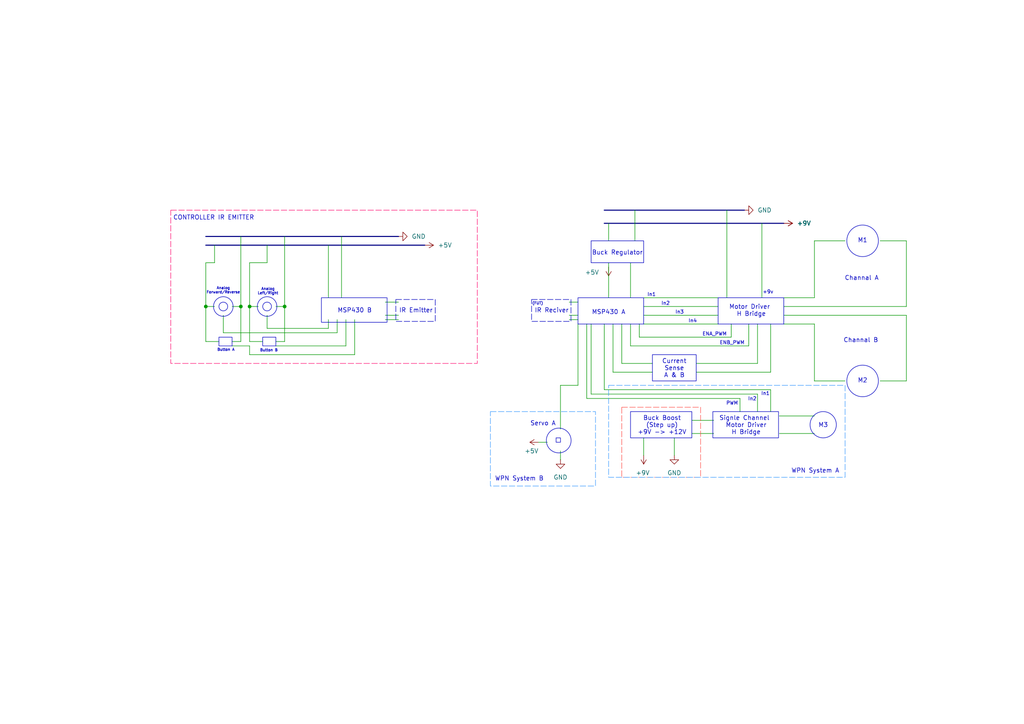
<source format=kicad_sch>
(kicad_sch
	(version 20250114)
	(generator "eeschema")
	(generator_version "9.0")
	(uuid "6b5ac80d-87ce-45f1-bde5-b67c89df0de5")
	(paper "A4")
	(lib_symbols
		(symbol "power:+3.3V"
			(power)
			(pin_numbers
				(hide yes)
			)
			(pin_names
				(offset 0)
				(hide yes)
			)
			(exclude_from_sim no)
			(in_bom yes)
			(on_board yes)
			(property "Reference" "#PWR"
				(at 0 -3.81 0)
				(effects
					(font
						(size 1.27 1.27)
					)
					(hide yes)
				)
			)
			(property "Value" "+3.3V"
				(at 0 3.556 0)
				(effects
					(font
						(size 1.27 1.27)
					)
				)
			)
			(property "Footprint" ""
				(at 0 0 0)
				(effects
					(font
						(size 1.27 1.27)
					)
					(hide yes)
				)
			)
			(property "Datasheet" ""
				(at 0 0 0)
				(effects
					(font
						(size 1.27 1.27)
					)
					(hide yes)
				)
			)
			(property "Description" "Power symbol creates a global label with name \"+3.3V\""
				(at 0 0 0)
				(effects
					(font
						(size 1.27 1.27)
					)
					(hide yes)
				)
			)
			(property "ki_keywords" "global power"
				(at 0 0 0)
				(effects
					(font
						(size 1.27 1.27)
					)
					(hide yes)
				)
			)
			(symbol "+3.3V_0_1"
				(polyline
					(pts
						(xy -0.762 1.27) (xy 0 2.54)
					)
					(stroke
						(width 0)
						(type default)
					)
					(fill
						(type none)
					)
				)
				(polyline
					(pts
						(xy 0 2.54) (xy 0.762 1.27)
					)
					(stroke
						(width 0)
						(type default)
					)
					(fill
						(type none)
					)
				)
				(polyline
					(pts
						(xy 0 0) (xy 0 2.54)
					)
					(stroke
						(width 0)
						(type default)
					)
					(fill
						(type none)
					)
				)
			)
			(symbol "+3.3V_1_1"
				(pin power_in line
					(at 0 0 90)
					(length 0)
					(name "~"
						(effects
							(font
								(size 1.27 1.27)
							)
						)
					)
					(number "1"
						(effects
							(font
								(size 1.27 1.27)
							)
						)
					)
				)
			)
			(embedded_fonts no)
		)
		(symbol "power:+5V"
			(power)
			(pin_numbers
				(hide yes)
			)
			(pin_names
				(offset 0)
				(hide yes)
			)
			(exclude_from_sim no)
			(in_bom yes)
			(on_board yes)
			(property "Reference" "#PWR"
				(at 0 -3.81 0)
				(effects
					(font
						(size 1.27 1.27)
					)
					(hide yes)
				)
			)
			(property "Value" "+5V"
				(at 0 3.556 0)
				(effects
					(font
						(size 1.27 1.27)
					)
				)
			)
			(property "Footprint" ""
				(at 0 0 0)
				(effects
					(font
						(size 1.27 1.27)
					)
					(hide yes)
				)
			)
			(property "Datasheet" ""
				(at 0 0 0)
				(effects
					(font
						(size 1.27 1.27)
					)
					(hide yes)
				)
			)
			(property "Description" "Power symbol creates a global label with name \"+5V\""
				(at 0 0 0)
				(effects
					(font
						(size 1.27 1.27)
					)
					(hide yes)
				)
			)
			(property "ki_keywords" "global power"
				(at 0 0 0)
				(effects
					(font
						(size 1.27 1.27)
					)
					(hide yes)
				)
			)
			(symbol "+5V_0_1"
				(polyline
					(pts
						(xy -0.762 1.27) (xy 0 2.54)
					)
					(stroke
						(width 0)
						(type default)
					)
					(fill
						(type none)
					)
				)
				(polyline
					(pts
						(xy 0 2.54) (xy 0.762 1.27)
					)
					(stroke
						(width 0)
						(type default)
					)
					(fill
						(type none)
					)
				)
				(polyline
					(pts
						(xy 0 0) (xy 0 2.54)
					)
					(stroke
						(width 0)
						(type default)
					)
					(fill
						(type none)
					)
				)
			)
			(symbol "+5V_1_1"
				(pin power_in line
					(at 0 0 90)
					(length 0)
					(name "~"
						(effects
							(font
								(size 1.27 1.27)
							)
						)
					)
					(number "1"
						(effects
							(font
								(size 1.27 1.27)
							)
						)
					)
				)
			)
			(embedded_fonts no)
		)
		(symbol "power:+9V"
			(power)
			(pin_numbers
				(hide yes)
			)
			(pin_names
				(offset 0)
				(hide yes)
			)
			(exclude_from_sim no)
			(in_bom yes)
			(on_board yes)
			(property "Reference" "#PWR"
				(at 0 -3.81 0)
				(effects
					(font
						(size 1.27 1.27)
					)
					(hide yes)
				)
			)
			(property "Value" "+9V"
				(at 0 3.556 0)
				(effects
					(font
						(size 1.27 1.27)
					)
				)
			)
			(property "Footprint" ""
				(at 0 0 0)
				(effects
					(font
						(size 1.27 1.27)
					)
					(hide yes)
				)
			)
			(property "Datasheet" ""
				(at 0 0 0)
				(effects
					(font
						(size 1.27 1.27)
					)
					(hide yes)
				)
			)
			(property "Description" "Power symbol creates a global label with name \"+9V\""
				(at 0 0 0)
				(effects
					(font
						(size 1.27 1.27)
					)
					(hide yes)
				)
			)
			(property "ki_keywords" "global power"
				(at 0 0 0)
				(effects
					(font
						(size 1.27 1.27)
					)
					(hide yes)
				)
			)
			(symbol "+9V_0_1"
				(polyline
					(pts
						(xy -0.762 1.27) (xy 0 2.54)
					)
					(stroke
						(width 0)
						(type default)
					)
					(fill
						(type none)
					)
				)
				(polyline
					(pts
						(xy 0 2.54) (xy 0.762 1.27)
					)
					(stroke
						(width 0)
						(type default)
					)
					(fill
						(type none)
					)
				)
				(polyline
					(pts
						(xy 0 0) (xy 0 2.54)
					)
					(stroke
						(width 0)
						(type default)
					)
					(fill
						(type none)
					)
				)
			)
			(symbol "+9V_1_1"
				(pin power_in line
					(at 0 0 90)
					(length 0)
					(name "~"
						(effects
							(font
								(size 1.27 1.27)
							)
						)
					)
					(number "1"
						(effects
							(font
								(size 1.27 1.27)
							)
						)
					)
				)
			)
			(embedded_fonts no)
		)
		(symbol "power:GND"
			(power)
			(pin_numbers
				(hide yes)
			)
			(pin_names
				(offset 0)
				(hide yes)
			)
			(exclude_from_sim no)
			(in_bom yes)
			(on_board yes)
			(property "Reference" "#PWR"
				(at 0 -6.35 0)
				(effects
					(font
						(size 1.27 1.27)
					)
					(hide yes)
				)
			)
			(property "Value" "GND"
				(at 0 -3.81 0)
				(effects
					(font
						(size 1.27 1.27)
					)
				)
			)
			(property "Footprint" ""
				(at 0 0 0)
				(effects
					(font
						(size 1.27 1.27)
					)
					(hide yes)
				)
			)
			(property "Datasheet" ""
				(at 0 0 0)
				(effects
					(font
						(size 1.27 1.27)
					)
					(hide yes)
				)
			)
			(property "Description" "Power symbol creates a global label with name \"GND\" , ground"
				(at 0 0 0)
				(effects
					(font
						(size 1.27 1.27)
					)
					(hide yes)
				)
			)
			(property "ki_keywords" "global power"
				(at 0 0 0)
				(effects
					(font
						(size 1.27 1.27)
					)
					(hide yes)
				)
			)
			(symbol "GND_0_1"
				(polyline
					(pts
						(xy 0 0) (xy 0 -1.27) (xy 1.27 -1.27) (xy 0 -2.54) (xy -1.27 -1.27) (xy 0 -1.27)
					)
					(stroke
						(width 0)
						(type default)
					)
					(fill
						(type none)
					)
				)
			)
			(symbol "GND_1_1"
				(pin power_in line
					(at 0 0 270)
					(length 0)
					(name "~"
						(effects
							(font
								(size 1.27 1.27)
							)
						)
					)
					(number "1"
						(effects
							(font
								(size 1.27 1.27)
							)
						)
					)
				)
			)
			(embedded_fonts no)
		)
	)
	(circle
		(center 250.19 69.85)
		(radius 4.5791)
		(stroke
			(width 0)
			(type default)
		)
		(fill
			(type none)
		)
		(uuid 0281dcdb-a933-4d7c-9192-f746ad35786a)
	)
	(rectangle
		(start 176.53 111.76)
		(end 245.11 138.43)
		(stroke
			(width 0)
			(type dash)
			(color 60 155 255 1)
		)
		(fill
			(type none)
		)
		(uuid 0470bd5d-1d38-4a7c-b001-97c704400bcf)
	)
	(circle
		(center 77.47 88.9)
		(radius 2.8398)
		(stroke
			(width 0)
			(type default)
		)
		(fill
			(type none)
		)
		(uuid 0875426e-a32e-4930-b986-bf89369962a2)
	)
	(rectangle
		(start 161.29 127)
		(end 162.56 128.27)
		(stroke
			(width 0)
			(type default)
		)
		(fill
			(type none)
		)
		(uuid 3169373f-f036-4f0b-854d-c4748aa5895b)
	)
	(rectangle
		(start 189.23 102.87)
		(end 201.93 110.49)
		(stroke
			(width 0)
			(type default)
		)
		(fill
			(type none)
		)
		(uuid 335cfff3-5c5c-4844-9f52-99f285736a84)
	)
	(rectangle
		(start 208.28 86.36)
		(end 227.33 93.98)
		(stroke
			(width 0)
			(type default)
		)
		(fill
			(type none)
		)
		(uuid 35ddf0a7-2e37-4b2d-82c0-9265fdc730df)
	)
	(rectangle
		(start 180.34 118.11)
		(end 203.2 138.43)
		(stroke
			(width 0)
			(type dash)
			(color 255 80 74 1)
		)
		(fill
			(type none)
		)
		(uuid 361c109e-beae-4beb-85c3-c8074a6780cb)
	)
	(rectangle
		(start 142.24 119.38)
		(end 172.72 140.97)
		(stroke
			(width 0)
			(type dash)
			(color 60 155 255 1)
		)
		(fill
			(type none)
		)
		(uuid 37ea2401-4d79-4fe7-a7a3-c41ca0a358dc)
	)
	(rectangle
		(start 154.178 86.868)
		(end 165.608 93.218)
		(stroke
			(width 0)
			(type dash)
		)
		(fill
			(type none)
		)
		(uuid 54958038-6fb4-4850-a3df-493d59b5dafc)
	)
	(rectangle
		(start 114.808 86.868)
		(end 126.238 93.218)
		(stroke
			(width 0)
			(type dash)
		)
		(fill
			(type none)
		)
		(uuid 5d746eeb-84b4-4344-adeb-74739bf5bf79)
	)
	(circle
		(center 64.77 88.9)
		(radius 1.27)
		(stroke
			(width 0)
			(type default)
		)
		(fill
			(type none)
		)
		(uuid 6d1ff09c-e907-429b-9160-cd7c9a17c9a5)
	)
	(rectangle
		(start 206.756 119.38)
		(end 225.806 127)
		(stroke
			(width 0)
			(type default)
		)
		(fill
			(type none)
		)
		(uuid 8278a5a1-6a95-4961-b3cb-d45fef59cc47)
	)
	(rectangle
		(start 171.45 69.85)
		(end 186.69 76.2)
		(stroke
			(width 0)
			(type default)
		)
		(fill
			(type none)
		)
		(uuid 87061ee8-561c-4201-9b45-62bb5c18873c)
	)
	(rectangle
		(start 76.2 97.79)
		(end 80.01 100.33)
		(stroke
			(width 0)
			(type default)
		)
		(fill
			(type none)
		)
		(uuid 9370f882-c0bf-4cfb-8543-8e4aeae358da)
	)
	(rectangle
		(start 167.64 86.36)
		(end 186.69 93.98)
		(stroke
			(width 0)
			(type default)
		)
		(fill
			(type none)
		)
		(uuid 979d869a-5d3a-431b-94f4-67007a0f6d32)
	)
	(circle
		(center 64.77 88.9)
		(radius 2.8398)
		(stroke
			(width 0)
			(type default)
		)
		(fill
			(type none)
		)
		(uuid 9a259cc9-0198-4321-9dd7-fd19e1d17e33)
	)
	(rectangle
		(start 182.88 119.38)
		(end 200.66 127)
		(stroke
			(width 0)
			(type default)
		)
		(fill
			(type none)
		)
		(uuid a16b359d-d8b7-4da7-b52a-bc96f2f46117)
	)
	(circle
		(center 250.19 110.49)
		(radius 4.5791)
		(stroke
			(width 0)
			(type default)
		)
		(fill
			(type none)
		)
		(uuid a2eb1111-0e79-421f-bb2d-279460d40b20)
	)
	(rectangle
		(start 93.218 86.36)
		(end 112.268 93.472)
		(stroke
			(width 0)
			(type default)
		)
		(fill
			(type none)
		)
		(uuid cce41efb-eb76-40c8-99fb-69e04b526eca)
	)
	(rectangle
		(start 49.53 60.96)
		(end 138.43 105.41)
		(stroke
			(width 0)
			(type dash)
			(color 255 19 117 1)
		)
		(fill
			(type none)
		)
		(uuid dadf65aa-93a3-4ba8-8de7-c8574dd841e5)
	)
	(rectangle
		(start 63.5 97.79)
		(end 67.31 100.33)
		(stroke
			(width 0)
			(type default)
		)
		(fill
			(type none)
		)
		(uuid eb45ed45-f55f-4a0f-bdf4-23595afd8d1a)
	)
	(circle
		(center 238.76 123.19)
		(radius 3.81)
		(stroke
			(width 0)
			(type default)
		)
		(fill
			(type none)
		)
		(uuid ec78bb86-3700-4bd7-a685-62a0ef6db79f)
	)
	(circle
		(center 77.47 88.9)
		(radius 1.27)
		(stroke
			(width 0)
			(type default)
		)
		(fill
			(type none)
		)
		(uuid f7b8d35a-7ebb-4ef2-afe1-a3755d84b154)
	)
	(circle
		(center 162.052 127.762)
		(radius 3.5921)
		(stroke
			(width 0)
			(type default)
		)
		(fill
			(type none)
		)
		(uuid fabf78d9-1d8e-460a-9016-27c5e7fdb1af)
	)
	(text "Channal A"
		(exclude_from_sim no)
		(at 249.936 80.772 0)
		(effects
			(font
				(size 1.27 1.27)
			)
		)
		(uuid "07215b3b-0a4a-4924-8e2e-33acadd5be12")
	)
	(text "(FUT)"
		(exclude_from_sim no)
		(at 155.956 88.138 0)
		(effects
			(font
				(size 0.762 0.762)
			)
		)
		(uuid "16f34923-a4d2-4561-a222-48f825357c40")
	)
	(text "Button B\n\n"
		(exclude_from_sim no)
		(at 77.978 102.362 0)
		(effects
			(font
				(size 0.762 0.762)
			)
		)
		(uuid "16fdd029-8806-4543-9872-88d9f305232d")
	)
	(text "Motor Driver\n H Bridge"
		(exclude_from_sim no)
		(at 217.424 90.17 0)
		(effects
			(font
				(size 1.27 1.27)
			)
		)
		(uuid "196c9799-2af5-4406-834c-eaa65f63cf8d")
	)
	(text "In1"
		(exclude_from_sim no)
		(at 221.996 114.3 0)
		(effects
			(font
				(size 1.016 1.016)
			)
		)
		(uuid "19e98891-a725-4734-959a-629f05528ac6")
	)
	(text "Button A\n"
		(exclude_from_sim no)
		(at 65.532 101.6 0)
		(effects
			(font
				(size 0.762 0.762)
			)
		)
		(uuid "1b7c392a-eeb1-48f9-9f07-74e968cb3613")
	)
	(text "In1"
		(exclude_from_sim no)
		(at 188.976 85.598 0)
		(effects
			(font
				(size 1.016 1.016)
			)
		)
		(uuid "2211079e-6338-4f76-91b3-29c4ab27d637")
	)
	(text "IR Reciver\n"
		(exclude_from_sim no)
		(at 160.02 90.17 0)
		(effects
			(font
				(size 1.27 1.27)
			)
		)
		(uuid "23292b8f-eb92-4fbd-b93e-36db3859e52c")
	)
	(text "IR Emitter"
		(exclude_from_sim no)
		(at 120.65 90.17 0)
		(effects
			(font
				(size 1.27 1.27)
			)
		)
		(uuid "2b330cff-ef78-43b6-aed3-73a88896a267")
	)
	(text "M2\n"
		(exclude_from_sim no)
		(at 250.19 110.49 0)
		(effects
			(font
				(size 1.27 1.27)
			)
		)
		(uuid "379cba58-aada-4bf7-a465-548378f96321")
	)
	(text "Signle Channel \nMotor Driver\nH Bridge"
		(exclude_from_sim no)
		(at 216.408 123.444 0)
		(effects
			(font
				(size 1.27 1.27)
			)
		)
		(uuid "48423d3a-a25f-48d7-8f22-673d7efeae31")
	)
	(text "In3"
		(exclude_from_sim no)
		(at 197.104 90.678 0)
		(effects
			(font
				(size 1.016 1.016)
			)
		)
		(uuid "51a6ecb3-71be-4389-bb01-70d4178819ef")
	)
	(text "MSP430 A\n"
		(exclude_from_sim no)
		(at 176.53 90.678 0)
		(effects
			(font
				(size 1.27 1.27)
			)
		)
		(uuid "566788ca-b1ba-4bfd-97a2-31e5e73b9c6d")
	)
	(text "\nWPN System A"
		(exclude_from_sim no)
		(at 236.474 135.636 0)
		(effects
			(font
				(size 1.27 1.27)
			)
		)
		(uuid "5fe7bc36-ed2d-4cf4-ad9e-a49fa754e299")
	)
	(text "WPN System B"
		(exclude_from_sim no)
		(at 150.622 138.938 0)
		(effects
			(font
				(size 1.27 1.27)
			)
		)
		(uuid "61af7a9d-13a0-425b-9039-25fc7a0b6647")
	)
	(text "Servo A "
		(exclude_from_sim no)
		(at 157.988 122.936 0)
		(effects
			(font
				(size 1.27 1.27)
			)
		)
		(uuid "6860c15e-b50d-4d62-afa4-d50dbb8c7a01")
	)
	(text "In2"
		(exclude_from_sim no)
		(at 218.186 115.824 0)
		(effects
			(font
				(size 1.016 1.016)
			)
		)
		(uuid "691f679b-3664-48cd-a5a6-5181e1cc9d67")
	)
	(text "MSP430 B\n"
		(exclude_from_sim no)
		(at 102.87 90.17 0)
		(effects
			(font
				(size 1.27 1.27)
			)
		)
		(uuid "70901ce5-cb71-4c2d-bb60-c989ea358d54")
	)
	(text "In4"
		(exclude_from_sim no)
		(at 200.914 93.218 0)
		(effects
			(font
				(size 1.016 1.016)
			)
		)
		(uuid "7b041d99-2c83-4bb4-9c38-dd11c884b7da")
	)
	(text "Analog\nLeft/Right"
		(exclude_from_sim no)
		(at 77.724 84.582 0)
		(effects
			(font
				(size 0.762 0.762)
			)
		)
		(uuid "7f4c57ee-f425-49f0-b69e-7e4180c10e35")
	)
	(text "ENA_PWM\n"
		(exclude_from_sim no)
		(at 207.264 97.028 0)
		(effects
			(font
				(size 1.016 1.016)
			)
		)
		(uuid "96123952-328f-4c3f-8233-9f77d7d7bc84")
	)
	(text "CONTROLLER IR EMITTER"
		(exclude_from_sim no)
		(at 61.976 63.246 0)
		(effects
			(font
				(size 1.27 1.27)
			)
		)
		(uuid "9dadef68-e5b9-4dda-85d8-52bf210e75a2")
	)
	(text "Analog\nForward/Reverse"
		(exclude_from_sim no)
		(at 64.77 84.328 0)
		(effects
			(font
				(size 0.762 0.762)
			)
		)
		(uuid "a6c1f6e0-c360-46a5-a50f-1fc627c56e40")
	)
	(text "Buck Boost\n(Step up)\n+9V -> +12V"
		(exclude_from_sim no)
		(at 192.024 123.444 0)
		(effects
			(font
				(size 1.27 1.27)
			)
		)
		(uuid "a8ab25e0-ad2f-4cb7-a8e0-d4ff1f2b6a33")
	)
	(text "PWM\n"
		(exclude_from_sim no)
		(at 212.344 117.094 0)
		(effects
			(font
				(size 1.016 1.016)
			)
		)
		(uuid "b36cf3ce-70de-461e-bd4a-7b30c46bf60e")
	)
	(text "Channal B"
		(exclude_from_sim no)
		(at 249.682 98.806 0)
		(effects
			(font
				(size 1.27 1.27)
			)
		)
		(uuid "b4f85ca7-fbd2-4ce8-a01c-9aa2bf7684d7")
	)
	(text "Current\nSense\nA & B\n"
		(exclude_from_sim no)
		(at 195.58 106.934 0)
		(effects
			(font
				(size 1.27 1.27)
			)
		)
		(uuid "be323e51-2ccc-4256-8a9a-8abc2e3c8143")
	)
	(text "ENB_PWM\n"
		(exclude_from_sim no)
		(at 212.344 99.568 0)
		(effects
			(font
				(size 1.016 1.016)
			)
		)
		(uuid "c5ad4874-055c-4d93-afd5-81cadad37db1")
	)
	(text "In2"
		(exclude_from_sim no)
		(at 193.04 88.138 0)
		(effects
			(font
				(size 1.016 1.016)
			)
		)
		(uuid "ca762807-10c3-4988-a6c2-de085f07cd55")
	)
	(text "M1"
		(exclude_from_sim no)
		(at 250.19 69.85 0)
		(effects
			(font
				(size 1.27 1.27)
			)
		)
		(uuid "d019c478-622c-49fd-ab68-3df8325869b8")
	)
	(text "M3\n\n"
		(exclude_from_sim no)
		(at 238.76 124.46 0)
		(effects
			(font
				(size 1.27 1.27)
			)
		)
		(uuid "d8b754d5-ffa3-4a58-b68f-d46111f7167d")
	)
	(text "+9v"
		(exclude_from_sim no)
		(at 222.758 84.836 0)
		(effects
			(font
				(size 1.016 1.016)
			)
		)
		(uuid "e4fe6377-e988-425f-b1f6-1eff9abe1eef")
	)
	(text "Buck Regulator"
		(exclude_from_sim no)
		(at 179.07 73.406 0)
		(effects
			(font
				(size 1.27 1.27)
			)
		)
		(uuid "fcf42e3e-2822-42f7-835a-702eee3f5de7")
	)
	(junction
		(at 59.69 88.9)
		(diameter 0)
		(color 0 0 0 0)
		(uuid "153b0da6-823f-4568-9c33-b3bfb50c189d")
	)
	(junction
		(at 69.85 88.9)
		(diameter 0)
		(color 0 0 0 0)
		(uuid "316e82e3-b8cf-4162-aaad-6f8bc7bc1180")
	)
	(junction
		(at 72.39 88.9)
		(diameter 0)
		(color 0 0 0 0)
		(uuid "a098bf44-2ce9-4260-91c6-d216d3100a1a")
	)
	(junction
		(at 82.55 88.9)
		(diameter 0)
		(color 0 0 0 0)
		(uuid "fbcc4a37-8c3c-4f42-a722-ca78e23a2391")
	)
	(wire
		(pts
			(xy 167.64 111.76) (xy 162.56 111.76)
		)
		(stroke
			(width 0)
			(type default)
		)
		(uuid "027bf035-a7e7-4f37-83a7-206c896bb385")
	)
	(wire
		(pts
			(xy 80.01 100.33) (xy 100.33 100.33)
		)
		(stroke
			(width 0)
			(type default)
		)
		(uuid "07943235-0d84-4c0e-a0b1-a6fae8433c7d")
	)
	(wire
		(pts
			(xy 186.69 127) (xy 186.69 132.08)
		)
		(stroke
			(width 0)
			(type default)
		)
		(uuid "092d2c4b-90d8-4a67-a53b-e869a0927b57")
	)
	(wire
		(pts
			(xy 217.17 93.98) (xy 217.17 100.33)
		)
		(stroke
			(width 0)
			(type default)
		)
		(uuid "0a7b299e-65b0-42a6-b26a-a70faa77cbdc")
	)
	(wire
		(pts
			(xy 210.82 60.96) (xy 210.82 86.36)
		)
		(stroke
			(width 0)
			(type default)
		)
		(uuid "0aa10b6e-c7e1-489f-ad10-4535df8c6acc")
	)
	(wire
		(pts
			(xy 220.98 64.77) (xy 220.98 86.36)
		)
		(stroke
			(width 0)
			(type default)
		)
		(uuid "11fda269-073e-4220-9169-e57020cac492")
	)
	(wire
		(pts
			(xy 64.77 96.52) (xy 97.79 96.52)
		)
		(stroke
			(width 0)
			(type default)
		)
		(uuid "122425a7-6c86-43dc-8a4e-ceb48b400dc1")
	)
	(wire
		(pts
			(xy 77.47 71.12) (xy 77.47 76.2)
		)
		(stroke
			(width 0)
			(type default)
		)
		(uuid "19ee7c31-c1bc-4fba-af65-c27718a80d09")
	)
	(wire
		(pts
			(xy 236.22 69.85) (xy 245.11 69.85)
		)
		(stroke
			(width 0)
			(type default)
		)
		(uuid "1b018747-8384-44ee-8232-625fe18d3fef")
	)
	(wire
		(pts
			(xy 200.66 121.92) (xy 207.01 121.92)
		)
		(stroke
			(width 0)
			(type default)
		)
		(uuid "1bbe72d8-de5e-4642-8438-36bae4236fbf")
	)
	(wire
		(pts
			(xy 227.33 93.98) (xy 236.22 93.98)
		)
		(stroke
			(width 0)
			(type default)
		)
		(uuid "1e29c47f-a3cd-4f6a-ad68-9addd2f81309")
	)
	(wire
		(pts
			(xy 62.23 88.9) (xy 59.69 88.9)
		)
		(stroke
			(width 0)
			(type default)
		)
		(uuid "1e644a0e-3b42-435f-9c7a-e39f24a1f9e0")
	)
	(wire
		(pts
			(xy 236.22 93.98) (xy 236.22 110.49)
		)
		(stroke
			(width 0)
			(type default)
		)
		(uuid "23ae4010-4dec-42eb-a3d2-29599ed3be6c")
	)
	(wire
		(pts
			(xy 72.39 99.06) (xy 72.39 88.9)
		)
		(stroke
			(width 0)
			(type default)
		)
		(uuid "245013a9-8ffd-40e0-9861-7da58f7fe8cc")
	)
	(wire
		(pts
			(xy 72.39 88.9) (xy 74.93 88.9)
		)
		(stroke
			(width 0)
			(type default)
		)
		(uuid "264b1d51-c1f3-4d8f-8236-74d5ed73558a")
	)
	(wire
		(pts
			(xy 72.39 76.2) (xy 77.47 76.2)
		)
		(stroke
			(width 0)
			(type default)
		)
		(uuid "282c7315-0006-4e47-9845-4c78e6264f92")
	)
	(wire
		(pts
			(xy 59.69 88.9) (xy 59.69 76.2)
		)
		(stroke
			(width 0)
			(type default)
		)
		(uuid "284623da-3f51-423f-8bd5-0539b3b67ce1")
	)
	(wire
		(pts
			(xy 67.31 88.9) (xy 69.85 88.9)
		)
		(stroke
			(width 0)
			(type default)
		)
		(uuid "286abe1d-8f02-4dbd-93c5-7e08b93ab4b7")
	)
	(wire
		(pts
			(xy 226.06 125.73) (xy 236.22 125.73)
		)
		(stroke
			(width 0)
			(type default)
		)
		(uuid "32d59b52-855c-4e94-9171-2bfd78d7825a")
	)
	(wire
		(pts
			(xy 212.09 93.98) (xy 212.09 97.79)
		)
		(stroke
			(width 0)
			(type default)
		)
		(uuid "34b2a3a6-795f-4922-b6b1-f3c970f2d0f6")
	)
	(wire
		(pts
			(xy 111.76 92.71) (xy 115.57 92.71)
		)
		(stroke
			(width 0)
			(type default)
		)
		(uuid "366ce1f7-ea61-4bca-b989-70e71256671b")
	)
	(wire
		(pts
			(xy 200.66 125.73) (xy 207.01 125.73)
		)
		(stroke
			(width 0)
			(type default)
		)
		(uuid "386753c0-d6db-4acc-94ea-e36adcaa9d69")
	)
	(wire
		(pts
			(xy 76.2 99.06) (xy 72.39 99.06)
		)
		(stroke
			(width 0)
			(type default)
		)
		(uuid "3bf92efe-9c54-4322-b30d-340f0e553a6d")
	)
	(wire
		(pts
			(xy 186.69 86.36) (xy 208.28 86.36)
		)
		(stroke
			(width 0)
			(type default)
		)
		(uuid "3d4fb6eb-cb12-4a6d-8edb-2afe1b570a87")
	)
	(wire
		(pts
			(xy 59.69 76.2) (xy 62.23 76.2)
		)
		(stroke
			(width 0)
			(type default)
		)
		(uuid "4289b6a6-d282-406a-b470-0ee1d59f505b")
	)
	(wire
		(pts
			(xy 99.06 68.58) (xy 99.06 86.36)
		)
		(stroke
			(width 0)
			(type default)
		)
		(uuid "435ec23b-4d11-4ebb-8b91-4ee2dcde74ac")
	)
	(wire
		(pts
			(xy 100.33 92.71) (xy 100.33 100.33)
		)
		(stroke
			(width 0)
			(type default)
		)
		(uuid "45cd36ba-c3a9-4548-b66c-ff3251d5d7ef")
	)
	(wire
		(pts
			(xy 201.93 107.95) (xy 223.52 107.95)
		)
		(stroke
			(width 0)
			(type default)
		)
		(uuid "46ad158b-95d9-4725-ac19-16a27e446fef")
	)
	(wire
		(pts
			(xy 162.56 130.81) (xy 162.56 133.35)
		)
		(stroke
			(width 0)
			(type default)
		)
		(uuid "479e4bc5-195e-4987-9f2c-4d06547dde48")
	)
	(wire
		(pts
			(xy 171.45 93.98) (xy 171.45 114.3)
		)
		(stroke
			(width 0)
			(type default)
		)
		(uuid "489760c2-1b8a-4b56-9be8-0081b5719a98")
	)
	(wire
		(pts
			(xy 219.71 93.98) (xy 219.71 105.41)
		)
		(stroke
			(width 0)
			(type default)
		)
		(uuid "5010bfd1-cf2f-4964-8fcc-0ec8ad8238bc")
	)
	(wire
		(pts
			(xy 167.64 93.98) (xy 167.64 111.76)
		)
		(stroke
			(width 0)
			(type default)
		)
		(uuid "58f8c9ef-d171-4273-a8ad-66bbd76b315c")
	)
	(wire
		(pts
			(xy 82.55 68.58) (xy 82.55 88.9)
		)
		(stroke
			(width 0)
			(type default)
		)
		(uuid "5a7cc061-dff0-423f-a8e5-b30c02b70954")
	)
	(wire
		(pts
			(xy 227.33 88.9) (xy 262.89 88.9)
		)
		(stroke
			(width 0)
			(type default)
		)
		(uuid "5bdbfeb6-49ab-4a58-8dd2-a20cb62b6a0e")
	)
	(wire
		(pts
			(xy 182.88 100.33) (xy 217.17 100.33)
		)
		(stroke
			(width 0)
			(type default)
		)
		(uuid "5c76d9ab-7393-4f32-a139-0fbdeb992d76")
	)
	(wire
		(pts
			(xy 236.22 86.36) (xy 236.22 69.85)
		)
		(stroke
			(width 0)
			(type default)
		)
		(uuid "5d60f207-f2a8-435e-b01f-8a3228e788d6")
	)
	(wire
		(pts
			(xy 176.53 64.77) (xy 176.53 69.85)
		)
		(stroke
			(width 0)
			(type default)
		)
		(uuid "5f025682-3933-44e6-a99a-5c1551e0072f")
	)
	(wire
		(pts
			(xy 67.31 99.06) (xy 69.85 99.06)
		)
		(stroke
			(width 0)
			(type default)
		)
		(uuid "60c9e5c3-ea35-4fc2-9695-cc18488ba393")
	)
	(wire
		(pts
			(xy 165.1 87.63) (xy 167.64 87.63)
		)
		(stroke
			(width 0)
			(type default)
		)
		(uuid "613286a1-c530-4919-81be-03bf4ef35b89")
	)
	(wire
		(pts
			(xy 186.69 91.44) (xy 208.28 91.44)
		)
		(stroke
			(width 0)
			(type default)
		)
		(uuid "61680ef3-4a14-455a-9b9d-25f293c11653")
	)
	(wire
		(pts
			(xy 95.25 71.12) (xy 95.25 86.36)
		)
		(stroke
			(width 0)
			(type default)
		)
		(uuid "622f8549-44dd-464e-bd62-3038b755f472")
	)
	(wire
		(pts
			(xy 72.39 100.33) (xy 72.39 102.87)
		)
		(stroke
			(width 0)
			(type default)
		)
		(uuid "6af5e80c-8087-4a8b-801b-5dd17255e17e")
	)
	(wire
		(pts
			(xy 80.01 88.9) (xy 82.55 88.9)
		)
		(stroke
			(width 0)
			(type default)
		)
		(uuid "6b5b8bab-69c1-4d4f-a82e-124e8715fb91")
	)
	(wire
		(pts
			(xy 182.88 93.98) (xy 182.88 100.33)
		)
		(stroke
			(width 0)
			(type default)
		)
		(uuid "70b037c3-2615-4e96-9974-d47de163845c")
	)
	(wire
		(pts
			(xy 223.52 113.03) (xy 223.52 119.38)
		)
		(stroke
			(width 0)
			(type default)
		)
		(uuid "723d0415-9ded-4006-8f1b-cf074817447b")
	)
	(wire
		(pts
			(xy 82.55 99.06) (xy 82.55 88.9)
		)
		(stroke
			(width 0)
			(type default)
		)
		(uuid "72bcf4cf-7325-4f09-bdec-3d5896128318")
	)
	(wire
		(pts
			(xy 102.87 92.71) (xy 102.87 102.87)
		)
		(stroke
			(width 0)
			(type default)
		)
		(uuid "72ea03b2-e3f4-4194-9e4a-15e565f88d5e")
	)
	(bus
		(pts
			(xy 175.26 64.77) (xy 227.33 64.77)
		)
		(stroke
			(width 0)
			(type default)
		)
		(uuid "736e16c5-d596-464b-8c29-c7742e722fad")
	)
	(wire
		(pts
			(xy 180.34 105.41) (xy 189.23 105.41)
		)
		(stroke
			(width 0)
			(type default)
		)
		(uuid "74e8a77c-7cbf-4492-a705-b611f3054a4f")
	)
	(wire
		(pts
			(xy 186.69 88.9) (xy 208.28 88.9)
		)
		(stroke
			(width 0)
			(type default)
		)
		(uuid "7707f648-4591-490a-815f-3e1c6db091f0")
	)
	(wire
		(pts
			(xy 195.58 127) (xy 195.58 132.08)
		)
		(stroke
			(width 0)
			(type default)
		)
		(uuid "7995c97b-c791-4da1-8c85-c44e306ea7f2")
	)
	(wire
		(pts
			(xy 214.63 119.38) (xy 214.63 115.57)
		)
		(stroke
			(width 0)
			(type default)
		)
		(uuid "810227e6-b6c2-4e53-b2a0-8ca6e527d9ea")
	)
	(wire
		(pts
			(xy 177.8 107.95) (xy 189.23 107.95)
		)
		(stroke
			(width 0)
			(type default)
		)
		(uuid "8113036f-66c6-49ac-ad22-c0781a719d41")
	)
	(wire
		(pts
			(xy 165.1 91.44) (xy 167.64 91.44)
		)
		(stroke
			(width 0)
			(type default)
		)
		(uuid "82c55e8d-68c7-494a-a277-65e272e94107")
	)
	(wire
		(pts
			(xy 186.69 93.98) (xy 208.28 93.98)
		)
		(stroke
			(width 0)
			(type default)
		)
		(uuid "8369d991-e1cb-4a10-bc12-ae97ee4c8095")
	)
	(wire
		(pts
			(xy 72.39 88.9) (xy 72.39 76.2)
		)
		(stroke
			(width 0)
			(type default)
		)
		(uuid "837c909f-4c38-4bb2-84d3-44ba8e9a74f0")
	)
	(wire
		(pts
			(xy 219.71 114.3) (xy 219.71 119.38)
		)
		(stroke
			(width 0)
			(type default)
		)
		(uuid "8867eb15-5729-4f8f-bdff-ae85a4d0817b")
	)
	(bus
		(pts
			(xy 175.26 60.96) (xy 215.9 60.96)
		)
		(stroke
			(width 0)
			(type default)
		)
		(uuid "891d89e8-6610-49bb-a3bd-9b014fadcd79")
	)
	(wire
		(pts
			(xy 223.52 93.98) (xy 223.52 107.95)
		)
		(stroke
			(width 0)
			(type default)
		)
		(uuid "92b4eb00-2be0-44af-974c-6fa3f1f0279f")
	)
	(wire
		(pts
			(xy 175.26 113.03) (xy 223.52 113.03)
		)
		(stroke
			(width 0)
			(type default)
		)
		(uuid "9b415044-b666-44bc-b534-07bafa935bea")
	)
	(wire
		(pts
			(xy 64.77 91.44) (xy 64.77 96.52)
		)
		(stroke
			(width 0)
			(type default)
		)
		(uuid "9cb5d15f-5af6-4c00-887b-956911c9195b")
	)
	(wire
		(pts
			(xy 77.47 95.25) (xy 95.25 95.25)
		)
		(stroke
			(width 0)
			(type default)
		)
		(uuid "9e0de80a-4ad8-4460-aa0b-4fdfaa4f3b8b")
	)
	(wire
		(pts
			(xy 72.39 102.87) (xy 102.87 102.87)
		)
		(stroke
			(width 0)
			(type default)
		)
		(uuid "a11ed045-9015-4d21-934a-5a21d5104958")
	)
	(wire
		(pts
			(xy 226.06 120.65) (xy 236.22 120.65)
		)
		(stroke
			(width 0)
			(type default)
		)
		(uuid "a301ede3-273a-4157-a1e8-94bbac622253")
	)
	(wire
		(pts
			(xy 201.93 105.41) (xy 219.71 105.41)
		)
		(stroke
			(width 0)
			(type default)
		)
		(uuid "a33f280b-0659-4bf9-ae6f-2489381a774c")
	)
	(wire
		(pts
			(xy 180.34 93.98) (xy 180.34 105.41)
		)
		(stroke
			(width 0)
			(type default)
		)
		(uuid "a480d8a4-98c8-40ef-b591-68c49874751d")
	)
	(wire
		(pts
			(xy 236.22 110.49) (xy 245.11 110.49)
		)
		(stroke
			(width 0)
			(type default)
		)
		(uuid "a564d751-06c4-4b46-b612-5b2af4e18214")
	)
	(wire
		(pts
			(xy 182.88 76.2) (xy 182.88 86.36)
		)
		(stroke
			(width 0)
			(type default)
		)
		(uuid "aa577960-4f28-425d-b7b0-37c0b43c41c8")
	)
	(bus
		(pts
			(xy 59.69 71.12) (xy 123.19 71.12)
		)
		(stroke
			(width 0)
			(type default)
		)
		(uuid "aa863c87-3f40-41a8-9b44-e676a58a1587")
	)
	(wire
		(pts
			(xy 77.47 91.44) (xy 77.47 95.25)
		)
		(stroke
			(width 0)
			(type default)
		)
		(uuid "af9a003a-5174-4d77-b206-a0b64023c4c6")
	)
	(wire
		(pts
			(xy 170.18 115.57) (xy 214.63 115.57)
		)
		(stroke
			(width 0)
			(type default)
		)
		(uuid "b0a3c400-02c3-48ff-87de-b6a28260b179")
	)
	(wire
		(pts
			(xy 255.27 69.85) (xy 262.89 69.85)
		)
		(stroke
			(width 0)
			(type default)
		)
		(uuid "b5ab6e86-9660-4935-879c-f3b29656491f")
	)
	(wire
		(pts
			(xy 69.85 68.58) (xy 69.85 88.9)
		)
		(stroke
			(width 0)
			(type default)
		)
		(uuid "be49cf1f-d4c1-42ec-a8a0-1491a1975b84")
	)
	(wire
		(pts
			(xy 95.25 92.71) (xy 95.25 95.25)
		)
		(stroke
			(width 0)
			(type default)
		)
		(uuid "be6bfa2a-f5ba-4a0f-84fd-72389a3f58de")
	)
	(wire
		(pts
			(xy 171.45 114.3) (xy 219.71 114.3)
		)
		(stroke
			(width 0)
			(type default)
		)
		(uuid "be8c763a-6737-4104-94f2-d3fbcd537c7a")
	)
	(wire
		(pts
			(xy 262.89 110.49) (xy 262.89 91.44)
		)
		(stroke
			(width 0)
			(type default)
		)
		(uuid "bf4a8a4f-84a9-45a0-b76f-c7d6ae0a7a36")
	)
	(wire
		(pts
			(xy 97.79 92.71) (xy 97.79 96.52)
		)
		(stroke
			(width 0)
			(type default)
		)
		(uuid "bf4bda26-d50d-40fe-a308-aa068ab97160")
	)
	(wire
		(pts
			(xy 227.33 86.36) (xy 236.22 86.36)
		)
		(stroke
			(width 0)
			(type default)
		)
		(uuid "bf68b7f9-4699-4cb1-a883-cabc1224eff4")
	)
	(wire
		(pts
			(xy 177.8 93.98) (xy 177.8 107.95)
		)
		(stroke
			(width 0)
			(type default)
		)
		(uuid "c2c92223-1ca9-4f5f-80eb-0dd8aee974dc")
	)
	(wire
		(pts
			(xy 67.31 100.33) (xy 72.39 100.33)
		)
		(stroke
			(width 0)
			(type default)
		)
		(uuid "c309b9dc-3c51-4cf5-b900-5697be0f7fa9")
	)
	(wire
		(pts
			(xy 69.85 99.06) (xy 69.85 88.9)
		)
		(stroke
			(width 0)
			(type default)
		)
		(uuid "c3d4a683-56a0-483e-87ce-ecbef08d66e4")
	)
	(wire
		(pts
			(xy 262.89 69.85) (xy 262.89 88.9)
		)
		(stroke
			(width 0)
			(type default)
		)
		(uuid "c51de750-16fe-4214-995f-a08919e1673c")
	)
	(wire
		(pts
			(xy 176.53 76.2) (xy 176.53 86.36)
		)
		(stroke
			(width 0)
			(type default)
		)
		(uuid "c5e074da-57e2-48db-b967-1182664e45d7")
	)
	(bus
		(pts
			(xy 59.69 68.58) (xy 115.57 68.58)
		)
		(stroke
			(width 0)
			(type default)
		)
		(uuid "c874e083-7d33-4607-8062-e274307c6626")
	)
	(wire
		(pts
			(xy 185.42 93.98) (xy 185.42 97.79)
		)
		(stroke
			(width 0)
			(type default)
		)
		(uuid "d878bc4f-de8c-4d65-bf3f-b4cf302d238f")
	)
	(wire
		(pts
			(xy 170.18 93.98) (xy 170.18 115.57)
		)
		(stroke
			(width 0)
			(type default)
		)
		(uuid "df8e32b6-c11d-4597-b02a-73c342fda8b5")
	)
	(wire
		(pts
			(xy 212.09 97.79) (xy 185.42 97.79)
		)
		(stroke
			(width 0)
			(type default)
		)
		(uuid "e663626f-a6be-4c45-88ed-e05e0da67378")
	)
	(wire
		(pts
			(xy 255.27 110.49) (xy 262.89 110.49)
		)
		(stroke
			(width 0)
			(type default)
		)
		(uuid "e781c522-6c1f-4429-b8f8-075f02e00be9")
	)
	(wire
		(pts
			(xy 59.69 99.06) (xy 59.69 88.9)
		)
		(stroke
			(width 0)
			(type default)
		)
		(uuid "e7968e60-054f-42f2-ab60-1a1372116bfc")
	)
	(wire
		(pts
			(xy 184.15 60.96) (xy 184.15 69.85)
		)
		(stroke
			(width 0)
			(type default)
		)
		(uuid "e83210d4-7344-4b41-97b6-ede5ee04492d")
	)
	(wire
		(pts
			(xy 111.76 87.63) (xy 115.57 87.63)
		)
		(stroke
			(width 0)
			(type default)
		)
		(uuid "f2ef515d-7aa5-4352-9839-2132d0ce8d8a")
	)
	(wire
		(pts
			(xy 165.1 92.71) (xy 167.64 92.71)
		)
		(stroke
			(width 0)
			(type default)
		)
		(uuid "f3137f32-602e-44c2-b9b4-80bd8ebed39d")
	)
	(wire
		(pts
			(xy 62.23 71.12) (xy 62.23 76.2)
		)
		(stroke
			(width 0)
			(type default)
		)
		(uuid "f4cf78c2-63eb-414e-b9b9-2e52c0940a1d")
	)
	(wire
		(pts
			(xy 63.5 99.06) (xy 59.69 99.06)
		)
		(stroke
			(width 0)
			(type default)
		)
		(uuid "f4f4ecf5-095c-44b1-b4f0-ca849271bbf9")
	)
	(wire
		(pts
			(xy 80.01 99.06) (xy 82.55 99.06)
		)
		(stroke
			(width 0)
			(type default)
		)
		(uuid "f5e78717-f74f-43c3-ae35-9e54884e9ed7")
	)
	(wire
		(pts
			(xy 162.56 111.76) (xy 162.56 124.46)
		)
		(stroke
			(width 0)
			(type default)
		)
		(uuid "f68eea6c-3aa0-452c-ada4-92a280654d28")
	)
	(wire
		(pts
			(xy 156.21 128.27) (xy 158.75 128.27)
		)
		(stroke
			(width 0)
			(type default)
		)
		(uuid "fb089b22-a3e6-45a2-afa4-32fe33a3f6ca")
	)
	(wire
		(pts
			(xy 227.33 91.44) (xy 262.89 91.44)
		)
		(stroke
			(width 0)
			(type default)
		)
		(uuid "fc5b6716-3f27-4fe7-ae5a-36615ee01226")
	)
	(wire
		(pts
			(xy 111.76 91.44) (xy 115.57 91.44)
		)
		(stroke
			(width 0)
			(type default)
		)
		(uuid "fdbc391f-dd97-4c05-b2c5-af387e6ce046")
	)
	(wire
		(pts
			(xy 175.26 93.98) (xy 175.26 113.03)
		)
		(stroke
			(width 0)
			(type default)
		)
		(uuid "fe13ed0b-823a-4f3b-a66e-029e6c619583")
	)
	(symbol
		(lib_id "power:+9V")
		(at 227.33 64.77 270)
		(unit 1)
		(exclude_from_sim no)
		(in_bom yes)
		(on_board yes)
		(dnp no)
		(fields_autoplaced yes)
		(uuid "0578027c-4d9c-4faf-84af-0e907702ec3f")
		(property "Reference" "#PWR02"
			(at 223.52 64.77 0)
			(effects
				(font
					(size 1.27 1.27)
				)
				(hide yes)
			)
		)
		(property "Value" "+9V"
			(at 231.14 64.7699 90)
			(effects
				(font
					(size 1.27 1.27)
				)
				(justify left)
			)
		)
		(property "Footprint" ""
			(at 227.33 64.77 0)
			(effects
				(font
					(size 1.27 1.27)
				)
				(hide yes)
			)
		)
		(property "Datasheet" ""
			(at 227.33 64.77 0)
			(effects
				(font
					(size 1.27 1.27)
				)
				(hide yes)
			)
		)
		(property "Description" "Power symbol creates a global label with name \"+9V\""
			(at 227.33 64.77 0)
			(effects
				(font
					(size 1.27 1.27)
				)
				(hide yes)
			)
		)
		(pin "1"
			(uuid "aac5c3a6-4216-4f14-993e-d6cdf798a507")
		)
		(instances
			(project ""
				(path "/6b5ac80d-87ce-45f1-bde5-b67c89df0de5"
					(reference "#PWR02")
					(unit 1)
				)
			)
		)
	)
	(symbol
		(lib_id "power:+9V")
		(at 227.33 64.77 270)
		(unit 1)
		(exclude_from_sim no)
		(in_bom yes)
		(on_board yes)
		(dnp no)
		(fields_autoplaced yes)
		(uuid "2b2768d2-d445-40cb-9e6b-9e0b555f23e1")
		(property "Reference" "#PWR04"
			(at 223.52 64.77 0)
			(effects
				(font
					(size 1.27 1.27)
				)
				(hide yes)
			)
		)
		(property "Value" "+9V"
			(at 231.14 64.7699 90)
			(effects
				(font
					(size 1.27 1.27)
				)
				(justify left)
			)
		)
		(property "Footprint" ""
			(at 227.33 64.77 0)
			(effects
				(font
					(size 1.27 1.27)
				)
				(hide yes)
			)
		)
		(property "Datasheet" ""
			(at 227.33 64.77 0)
			(effects
				(font
					(size 1.27 1.27)
				)
				(hide yes)
			)
		)
		(property "Description" "Power symbol creates a global label with name \"+9V\""
			(at 227.33 64.77 0)
			(effects
				(font
					(size 1.27 1.27)
				)
				(hide yes)
			)
		)
		(pin "1"
			(uuid "aac5c3a6-4216-4f14-993e-d6cdf798a508")
		)
		(instances
			(project ""
				(path "/6b5ac80d-87ce-45f1-bde5-b67c89df0de5"
					(reference "#PWR04")
					(unit 1)
				)
			)
		)
	)
	(symbol
		(lib_id "power:GND")
		(at 162.56 133.35 0)
		(unit 1)
		(exclude_from_sim no)
		(in_bom yes)
		(on_board yes)
		(dnp no)
		(fields_autoplaced yes)
		(uuid "325dc740-08b4-489a-892d-0fdf4ec66548")
		(property "Reference" "#PWR010"
			(at 162.56 139.7 0)
			(effects
				(font
					(size 1.27 1.27)
				)
				(hide yes)
			)
		)
		(property "Value" "GND"
			(at 162.56 138.43 0)
			(effects
				(font
					(size 1.27 1.27)
				)
			)
		)
		(property "Footprint" ""
			(at 162.56 133.35 0)
			(effects
				(font
					(size 1.27 1.27)
				)
				(hide yes)
			)
		)
		(property "Datasheet" ""
			(at 162.56 133.35 0)
			(effects
				(font
					(size 1.27 1.27)
				)
				(hide yes)
			)
		)
		(property "Description" "Power symbol creates a global label with name \"GND\" , ground"
			(at 162.56 133.35 0)
			(effects
				(font
					(size 1.27 1.27)
				)
				(hide yes)
			)
		)
		(pin "1"
			(uuid "724ed183-5dfe-40e2-a9cd-ff63be936027")
		)
		(instances
			(project ""
				(path "/6b5ac80d-87ce-45f1-bde5-b67c89df0de5"
					(reference "#PWR010")
					(unit 1)
				)
			)
		)
	)
	(symbol
		(lib_id "power:+5V")
		(at 123.19 71.12 270)
		(unit 1)
		(exclude_from_sim no)
		(in_bom yes)
		(on_board yes)
		(dnp no)
		(fields_autoplaced yes)
		(uuid "35e73887-e7a7-4113-b00d-ef9b40948ceb")
		(property "Reference" "#PWR05"
			(at 119.38 71.12 0)
			(effects
				(font
					(size 1.27 1.27)
				)
				(hide yes)
			)
		)
		(property "Value" "+5V"
			(at 127 71.1199 90)
			(effects
				(font
					(size 1.27 1.27)
				)
				(justify left)
			)
		)
		(property "Footprint" ""
			(at 123.19 71.12 0)
			(effects
				(font
					(size 1.27 1.27)
				)
				(hide yes)
			)
		)
		(property "Datasheet" ""
			(at 123.19 71.12 0)
			(effects
				(font
					(size 1.27 1.27)
				)
				(hide yes)
			)
		)
		(property "Description" "Power symbol creates a global label with name \"+5V\""
			(at 123.19 71.12 0)
			(effects
				(font
					(size 1.27 1.27)
				)
				(hide yes)
			)
		)
		(pin "1"
			(uuid "d22686f2-9be7-4590-82bc-55cbef8f8597")
		)
		(instances
			(project ""
				(path "/6b5ac80d-87ce-45f1-bde5-b67c89df0de5"
					(reference "#PWR05")
					(unit 1)
				)
			)
		)
	)
	(symbol
		(lib_id "power:GND")
		(at 215.9 60.96 90)
		(unit 1)
		(exclude_from_sim no)
		(in_bom yes)
		(on_board yes)
		(dnp no)
		(fields_autoplaced yes)
		(uuid "4ac2d45b-34b2-4c33-84a8-7074bc30fc24")
		(property "Reference" "#PWR01"
			(at 222.25 60.96 0)
			(effects
				(font
					(size 1.27 1.27)
				)
				(hide yes)
			)
		)
		(property "Value" "GND"
			(at 219.71 60.9599 90)
			(effects
				(font
					(size 1.27 1.27)
				)
				(justify right)
			)
		)
		(property "Footprint" ""
			(at 215.9 60.96 0)
			(effects
				(font
					(size 1.27 1.27)
				)
				(hide yes)
			)
		)
		(property "Datasheet" ""
			(at 215.9 60.96 0)
			(effects
				(font
					(size 1.27 1.27)
				)
				(hide yes)
			)
		)
		(property "Description" "Power symbol creates a global label with name \"GND\" , ground"
			(at 215.9 60.96 0)
			(effects
				(font
					(size 1.27 1.27)
				)
				(hide yes)
			)
		)
		(pin "1"
			(uuid "65c16fba-9d52-40a4-a61d-81b77dcefea3")
		)
		(instances
			(project ""
				(path "/6b5ac80d-87ce-45f1-bde5-b67c89df0de5"
					(reference "#PWR01")
					(unit 1)
				)
			)
		)
	)
	(symbol
		(lib_id "power:+9V")
		(at 156.21 128.27 90)
		(unit 1)
		(exclude_from_sim no)
		(in_bom yes)
		(on_board yes)
		(dnp no)
		(uuid "5b51c019-a19e-4e1a-9413-bf414d4540d6")
		(property "Reference" "#PWR08"
			(at 160.02 128.27 0)
			(effects
				(font
					(size 1.27 1.27)
				)
				(hide yes)
			)
		)
		(property "Value" "+5V"
			(at 156.21 130.81 90)
			(effects
				(font
					(size 1.27 1.27)
				)
				(justify left)
			)
		)
		(property "Footprint" ""
			(at 156.21 128.27 0)
			(effects
				(font
					(size 1.27 1.27)
				)
				(hide yes)
			)
		)
		(property "Datasheet" ""
			(at 156.21 128.27 0)
			(effects
				(font
					(size 1.27 1.27)
				)
				(hide yes)
			)
		)
		(property "Description" "Power symbol creates a global label with name \"+9V\""
			(at 156.21 128.27 0)
			(effects
				(font
					(size 1.27 1.27)
				)
				(hide yes)
			)
		)
		(pin "1"
			(uuid "b3df6724-fc91-4310-86a5-7ffab89f6c65")
		)
		(instances
			(project ""
				(path "/6b5ac80d-87ce-45f1-bde5-b67c89df0de5"
					(reference "#PWR08")
					(unit 1)
				)
			)
		)
	)
	(symbol
		(lib_id "power:+9V")
		(at 186.69 132.08 180)
		(unit 1)
		(exclude_from_sim no)
		(in_bom yes)
		(on_board yes)
		(dnp no)
		(uuid "60ca48cc-61aa-4561-9221-bdccebc64f56")
		(property "Reference" "#PWR012"
			(at 186.69 128.27 0)
			(effects
				(font
					(size 1.27 1.27)
				)
				(hide yes)
			)
		)
		(property "Value" "+9V"
			(at 188.468 137.16 0)
			(effects
				(font
					(size 1.27 1.27)
				)
				(justify left)
			)
		)
		(property "Footprint" ""
			(at 186.69 132.08 0)
			(effects
				(font
					(size 1.27 1.27)
				)
				(hide yes)
			)
		)
		(property "Datasheet" ""
			(at 186.69 132.08 0)
			(effects
				(font
					(size 1.27 1.27)
				)
				(hide yes)
			)
		)
		(property "Description" "Power symbol creates a global label with name \"+9V\""
			(at 186.69 132.08 0)
			(effects
				(font
					(size 1.27 1.27)
				)
				(hide yes)
			)
		)
		(pin "1"
			(uuid "605f2195-fd4e-4b47-a59d-8fa8ef9e275a")
		)
		(instances
			(project "Electrical_Plan"
				(path "/6b5ac80d-87ce-45f1-bde5-b67c89df0de5"
					(reference "#PWR012")
					(unit 1)
				)
			)
		)
	)
	(symbol
		(lib_id "power:GND")
		(at 115.57 68.58 90)
		(unit 1)
		(exclude_from_sim no)
		(in_bom yes)
		(on_board yes)
		(dnp no)
		(fields_autoplaced yes)
		(uuid "bf18dbe8-e169-4b17-be8c-a58c0b3f65e2")
		(property "Reference" "#PWR06"
			(at 121.92 68.58 0)
			(effects
				(font
					(size 1.27 1.27)
				)
				(hide yes)
			)
		)
		(property "Value" "GND"
			(at 119.38 68.5799 90)
			(effects
				(font
					(size 1.27 1.27)
				)
				(justify right)
			)
		)
		(property "Footprint" ""
			(at 115.57 68.58 0)
			(effects
				(font
					(size 1.27 1.27)
				)
				(hide yes)
			)
		)
		(property "Datasheet" ""
			(at 115.57 68.58 0)
			(effects
				(font
					(size 1.27 1.27)
				)
				(hide yes)
			)
		)
		(property "Description" "Power symbol creates a global label with name \"GND\" , ground"
			(at 115.57 68.58 0)
			(effects
				(font
					(size 1.27 1.27)
				)
				(hide yes)
			)
		)
		(pin "1"
			(uuid "e3cdc3c9-4ef3-4a2d-bc62-d85b617702ce")
		)
		(instances
			(project ""
				(path "/6b5ac80d-87ce-45f1-bde5-b67c89df0de5"
					(reference "#PWR06")
					(unit 1)
				)
			)
		)
	)
	(symbol
		(lib_id "power:+3.3V")
		(at 176.53 77.47 180)
		(unit 1)
		(exclude_from_sim no)
		(in_bom yes)
		(on_board yes)
		(dnp no)
		(uuid "d868bf28-c582-4158-8ecb-04b1f88799e8")
		(property "Reference" "#PWR03"
			(at 176.53 73.66 0)
			(effects
				(font
					(size 1.27 1.27)
				)
				(hide yes)
			)
		)
		(property "Value" "+5V"
			(at 171.704 78.994 0)
			(effects
				(font
					(size 1.27 1.27)
				)
			)
		)
		(property "Footprint" ""
			(at 176.53 77.47 0)
			(effects
				(font
					(size 1.27 1.27)
				)
				(hide yes)
			)
		)
		(property "Datasheet" ""
			(at 176.53 77.47 0)
			(effects
				(font
					(size 1.27 1.27)
				)
				(hide yes)
			)
		)
		(property "Description" "Power symbol creates a global label with name \"+3.3V\""
			(at 176.53 77.47 0)
			(effects
				(font
					(size 1.27 1.27)
				)
				(hide yes)
			)
		)
		(pin "1"
			(uuid "03e1405b-a713-410e-ae78-5f23d60e6e46")
		)
		(instances
			(project ""
				(path "/6b5ac80d-87ce-45f1-bde5-b67c89df0de5"
					(reference "#PWR03")
					(unit 1)
				)
			)
		)
	)
	(symbol
		(lib_id "power:GND")
		(at 195.58 132.08 0)
		(unit 1)
		(exclude_from_sim no)
		(in_bom yes)
		(on_board yes)
		(dnp no)
		(fields_autoplaced yes)
		(uuid "dd9b0d16-6b0b-4dac-bf59-5fc43417cf04")
		(property "Reference" "#PWR011"
			(at 195.58 138.43 0)
			(effects
				(font
					(size 1.27 1.27)
				)
				(hide yes)
			)
		)
		(property "Value" "GND"
			(at 195.58 137.16 0)
			(effects
				(font
					(size 1.27 1.27)
				)
			)
		)
		(property "Footprint" ""
			(at 195.58 132.08 0)
			(effects
				(font
					(size 1.27 1.27)
				)
				(hide yes)
			)
		)
		(property "Datasheet" ""
			(at 195.58 132.08 0)
			(effects
				(font
					(size 1.27 1.27)
				)
				(hide yes)
			)
		)
		(property "Description" "Power symbol creates a global label with name \"GND\" , ground"
			(at 195.58 132.08 0)
			(effects
				(font
					(size 1.27 1.27)
				)
				(hide yes)
			)
		)
		(pin "1"
			(uuid "9d7f6547-ec03-49f4-b816-5dbfbed74184")
		)
		(instances
			(project "Electrical_Plan"
				(path "/6b5ac80d-87ce-45f1-bde5-b67c89df0de5"
					(reference "#PWR011")
					(unit 1)
				)
			)
		)
	)
	(sheet_instances
		(path "/"
			(page "1")
		)
	)
	(embedded_fonts no)
)

</source>
